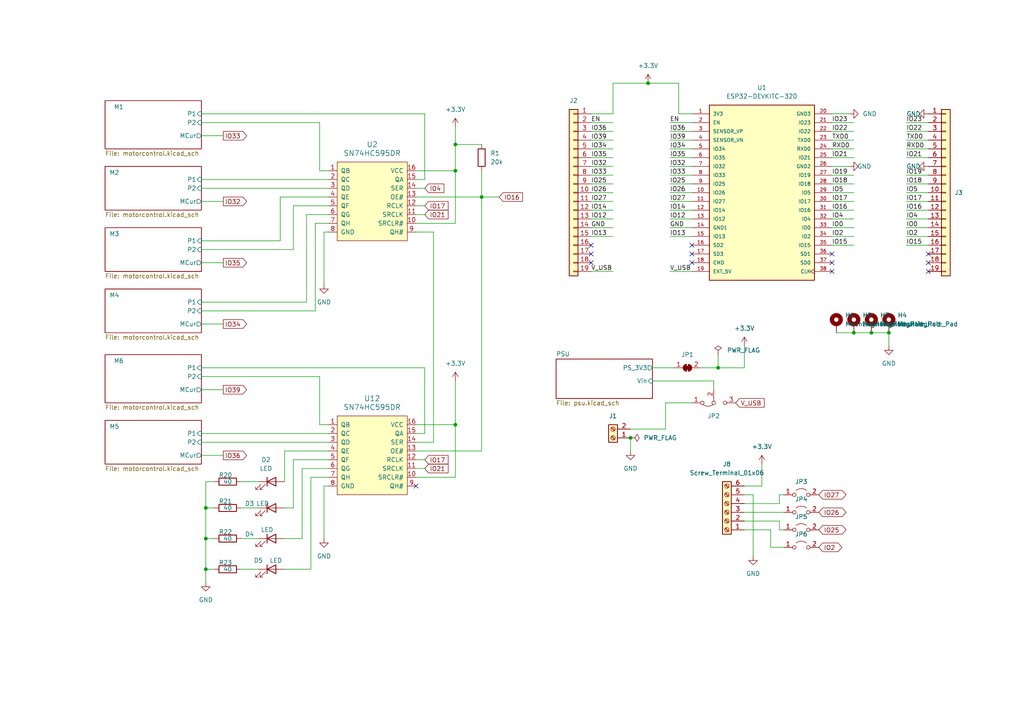
<source format=kicad_sch>
(kicad_sch (version 20230121) (generator eeschema)
  (paper "A4")
  (lib_symbols
    (symbol "Connector:Screw_Terminal_01x02" (pin_names (offset 1.016) hide)
      (property "Reference" "J" (at 0 2.54 0))
      (property "Value" "Screw_Terminal_01x02" (at 0 -5.08 0))
      (symbol "Screw_Terminal_01x02_1_1"
        (rectangle (start -1.27 1.27) (end 1.27 -3.81) (stroke (width 0.254)) (fill (type background)))
        (circle (center 0 -2.54) (radius 0.635) (stroke (width 0.1524)))
        (polyline (pts (xy -0.5334 -2.2098) (xy 0.3302 -3.048)) (stroke (width 0.1524)))
        (polyline (pts (xy -0.5334 0.3302) (xy 0.3302 -0.508)) (stroke (width 0.1524)))
        (polyline (pts (xy -0.3556 -2.032) (xy 0.508 -2.8702)) (stroke (width 0.1524)))
        (polyline (pts (xy -0.3556 0.508) (xy 0.508 -0.3302)) (stroke (width 0.1524)))
        (circle (center 0 0) (radius 0.635) (stroke (width 0.1524)))
        (pin passive line (at -5.08 0 0) (length 3.81) (name "Pin_1") (number "1"))
        (pin passive line (at -5.08 -2.54 0) (length 3.81) (name "Pin_2") (number "2"))
      )
    )
    (symbol "Connector:Screw_Terminal_01x06" (pin_names (offset 1.016) hide)
      (property "Reference" "J" (at 0 7.62 0))
      (property "Value" "Screw_Terminal_01x06" (at 0 -10.16 0))
      (symbol "Screw_Terminal_01x06_1_1"
        (rectangle (start -1.27 6.35) (end 1.27 -8.89) (stroke (width 0.254)) (fill (type background)))
        (circle (center 0 -7.62) (radius 0.635) (stroke (width 0.1524)))
        (circle (center 0 -5.08) (radius 0.635) (stroke (width 0.1524)))
        (circle (center 0 -2.54) (radius 0.635) (stroke (width 0.1524)))
        (polyline (pts (xy -0.5334 -7.2898) (xy 0.3302 -8.128)) (stroke (width 0.1524)))
        (polyline (pts (xy -0.5334 -4.7498) (xy 0.3302 -5.588)) (stroke (width 0.1524)))
        (polyline (pts (xy -0.5334 -2.2098) (xy 0.3302 -3.048)) (stroke (width 0.1524)))
        (polyline (pts (xy -0.5334 0.3302) (xy 0.3302 -0.508)) (stroke (width 0.1524)))
        (polyline (pts (xy -0.5334 2.8702) (xy 0.3302 2.032)) (stroke (width 0.1524)))
        (polyline (pts (xy -0.5334 5.4102) (xy 0.3302 4.572)) (stroke (width 0.1524)))
        (polyline (pts (xy -0.3556 -7.112) (xy 0.508 -7.9502)) (stroke (width 0.1524)))
        (polyline (pts (xy -0.3556 -4.572) (xy 0.508 -5.4102)) (stroke (width 0.1524)))
        (polyline (pts (xy -0.3556 -2.032) (xy 0.508 -2.8702)) (stroke (width 0.1524)))
        (polyline (pts (xy -0.3556 0.508) (xy 0.508 -0.3302)) (stroke (width 0.1524)))
        (polyline (pts (xy -0.3556 3.048) (xy 0.508 2.2098)) (stroke (width 0.1524)))
        (polyline (pts (xy -0.3556 5.588) (xy 0.508 4.7498)) (stroke (width 0.1524)))
        (circle (center 0 0) (radius 0.635) (stroke (width 0.1524)))
        (circle (center 0 2.54) (radius 0.635) (stroke (width 0.1524)))
        (circle (center 0 5.08) (radius 0.635) (stroke (width 0.1524)))
        (pin passive line (at -5.08 5.08 0) (length 3.81) (name "Pin_1") (number "1"))
        (pin passive line (at -5.08 2.54 0) (length 3.81) (name "Pin_2") (number "2"))
        (pin passive line (at -5.08 0 0) (length 3.81) (name "Pin_3") (number "3"))
        (pin passive line (at -5.08 -2.54 0) (length 3.81) (name "Pin_4") (number "4"))
        (pin passive line (at -5.08 -5.08 0) (length 3.81) (name "Pin_5") (number "5"))
        (pin passive line (at -5.08 -7.62 0) (length 3.81) (name "Pin_6") (number "6"))
      )
    )
    (symbol "Connector_Generic:Conn_01x19" (pin_names (offset 1.016) hide)
      (property "Reference" "J" (at 0 25.4 0))
      (property "Value" "Conn_01x19" (at 0 -25.4 0))
      (symbol "Conn_01x19_1_1"
        (rectangle (start -1.27 -22.733) (end 0 -22.987) (stroke (width 0.1524)))
        (rectangle (start -1.27 -20.193) (end 0 -20.447) (stroke (width 0.1524)))
        (rectangle (start -1.27 -17.653) (end 0 -17.907) (stroke (width 0.1524)))
        (rectangle (start -1.27 -15.113) (end 0 -15.367) (stroke (width 0.1524)))
        (rectangle (start -1.27 -12.573) (end 0 -12.827) (stroke (width 0.1524)))
        (rectangle (start -1.27 -10.033) (end 0 -10.287) (stroke (width 0.1524)))
        (rectangle (start -1.27 -7.493) (end 0 -7.747) (stroke (width 0.1524)))
        (rectangle (start -1.27 -4.953) (end 0 -5.207) (stroke (width 0.1524)))
        (rectangle (start -1.27 -2.413) (end 0 -2.667) (stroke (width 0.1524)))
        (rectangle (start -1.27 0.127) (end 0 -0.127) (stroke (width 0.1524)))
        (rectangle (start -1.27 2.667) (end 0 2.413) (stroke (width 0.1524)))
        (rectangle (start -1.27 5.207) (end 0 4.953) (stroke (width 0.1524)))
        (rectangle (start -1.27 7.747) (end 0 7.493) (stroke (width 0.1524)))
        (rectangle (start -1.27 10.287) (end 0 10.033) (stroke (width 0.1524)))
        (rectangle (start -1.27 12.827) (end 0 12.573) (stroke (width 0.1524)))
        (rectangle (start -1.27 15.367) (end 0 15.113) (stroke (width 0.1524)))
        (rectangle (start -1.27 17.907) (end 0 17.653) (stroke (width 0.1524)))
        (rectangle (start -1.27 20.447) (end 0 20.193) (stroke (width 0.1524)))
        (rectangle (start -1.27 22.987) (end 0 22.733) (stroke (width 0.1524)))
        (rectangle (start -1.27 24.13) (end 1.27 -24.13) (stroke (width 0.254)) (fill (type background)))
        (pin passive line (at -5.08 22.86 0) (length 3.81) (name "Pin_1") (number "1"))
        (pin passive line (at -5.08 0 0) (length 3.81) (name "Pin_10") (number "10"))
        (pin passive line (at -5.08 -2.54 0) (length 3.81) (name "Pin_11") (number "11"))
        (pin passive line (at -5.08 -5.08 0) (length 3.81) (name "Pin_12") (number "12"))
        (pin passive line (at -5.08 -7.62 0) (length 3.81) (name "Pin_13") (number "13"))
        (pin passive line (at -5.08 -10.16 0) (length 3.81) (name "Pin_14") (number "14"))
        (pin passive line (at -5.08 -12.7 0) (length 3.81) (name "Pin_15") (number "15"))
        (pin passive line (at -5.08 -15.24 0) (length 3.81) (name "Pin_16") (number "16"))
        (pin passive line (at -5.08 -17.78 0) (length 3.81) (name "Pin_17") (number "17"))
        (pin passive line (at -5.08 -20.32 0) (length 3.81) (name "Pin_18") (number "18"))
        (pin passive line (at -5.08 -22.86 0) (length 3.81) (name "Pin_19") (number "19"))
        (pin passive line (at -5.08 20.32 0) (length 3.81) (name "Pin_2") (number "2"))
        (pin passive line (at -5.08 17.78 0) (length 3.81) (name "Pin_3") (number "3"))
        (pin passive line (at -5.08 15.24 0) (length 3.81) (name "Pin_4") (number "4"))
        (pin passive line (at -5.08 12.7 0) (length 3.81) (name "Pin_5") (number "5"))
        (pin passive line (at -5.08 10.16 0) (length 3.81) (name "Pin_6") (number "6"))
        (pin passive line (at -5.08 7.62 0) (length 3.81) (name "Pin_7") (number "7"))
        (pin passive line (at -5.08 5.08 0) (length 3.81) (name "Pin_8") (number "8"))
        (pin passive line (at -5.08 2.54 0) (length 3.81) (name "Pin_9") (number "9"))
      )
    )
    (symbol "Device:LED" (pin_numbers hide) (pin_names (offset 1.016) hide)
      (property "Reference" "D" (at 0 2.54 0))
      (property "Value" "LED" (at 0 -2.54 0))
      (symbol "LED_0_1"
        (polyline (pts (xy -1.27 -1.27) (xy -1.27 1.27)) (stroke (width 0.254)))
        (polyline (pts (xy -1.27 0) (xy 1.27 0)))
        (polyline (pts (xy 1.27 -1.27) (xy 1.27 1.27) (xy -1.27 0) (xy 1.27 -1.27)) (stroke (width 0.254)))
        (polyline (pts (xy -3.048 -0.762) (xy -4.572 -2.286) (xy -3.81 -2.286) (xy -4.572 -2.286) (xy -4.572 -1.524)))
        (polyline (pts (xy -1.778 -0.762) (xy -3.302 -2.286) (xy -2.54 -2.286) (xy -3.302 -2.286) (xy -3.302 -1.524)))
      )
      (symbol "LED_1_1"
        (pin passive line (at -3.81 0 0) (length 2.54) (name "K") (number "1"))
        (pin passive line (at 3.81 0 180) (length 2.54) (name "A") (number "2"))
      )
    )
    (symbol "Device:R" (pin_numbers hide) (pin_names (offset 0))
      (property "Reference" "R" (at 2.032 0 90))
      (property "Value" "R" (at 0 0 90))
      (symbol "R_0_1"
        (rectangle (start -1.016 -2.54) (end 1.016 2.54) (stroke (width 0.254)))
      )
      (symbol "R_1_1"
        (pin passive line (at 0 3.81 270) (length 1.27) (name "~") (number "1"))
        (pin passive line (at 0 -3.81 90) (length 1.27) (name "~") (number "2"))
      )
    )
    (symbol "Jumper:Jumper_2_Open" (pin_names (offset 0) hide)
      (property "Reference" "JP" (at 0 2.794 0))
      (property "Value" "Jumper_2_Open" (at 0 -2.286 0))
      (symbol "Jumper_2_Open_0_0"
        (circle (center -2.032 0) (radius 0.508))
        (circle (center 2.032 0) (radius 0.508))
      )
      (symbol "Jumper_2_Open_0_1"
        (arc (start 1.524 1.27) (mid 0 1.778) (end -1.524 1.27))
      )
      (symbol "Jumper_2_Open_1_1"
        (pin passive line (at -5.08 0 0) (length 2.54) (name "A") (number "1"))
        (pin passive line (at 5.08 0 180) (length 2.54) (name "B") (number "2"))
      )
    )
    (symbol "Jumper:Jumper_3_Bridged12" (pin_names (offset 0) hide)
      (property "Reference" "JP" (at -2.54 -2.54 0))
      (property "Value" "Jumper_3_Bridged12" (at 0 2.794 0))
      (symbol "Jumper_3_Bridged12_0_0"
        (circle (center -3.302 0) (radius 0.508))
        (circle (center 0 0) (radius 0.508))
        (circle (center 3.302 0) (radius 0.508))
      )
      (symbol "Jumper_3_Bridged12_0_1"
        (arc (start -0.254 0.508) (mid -1.651 0.9912) (end -3.048 0.508))
        (polyline (pts (xy 0 -1.27) (xy 0 -0.508)))
      )
      (symbol "Jumper_3_Bridged12_1_1"
        (pin passive line (at -6.35 0 0) (length 2.54) (name "A") (number "1"))
        (pin passive line (at 0 -3.81 90) (length 2.54) (name "C") (number "2"))
        (pin passive line (at 6.35 0 180) (length 2.54) (name "B") (number "3"))
      )
    )
    (symbol "Jumper:SolderJumper_2_Bridged" (pin_names (offset 0) hide)
      (property "Reference" "JP" (at 0 2.032 0))
      (property "Value" "SolderJumper_2_Bridged" (at 0 -2.54 0))
      (symbol "SolderJumper_2_Bridged_0_1"
        (rectangle (start -0.508 0.508) (end 0.508 -0.508) (fill (type outline)))
        (arc (start -0.254 1.016) (mid -1.2656 0) (end -0.254 -1.016))
        (arc (start -0.254 1.016) (mid -1.2656 0) (end -0.254 -1.016) (fill (type outline)))
        (polyline (pts (xy -0.254 1.016) (xy -0.254 -1.016)))
        (polyline (pts (xy 0.254 1.016) (xy 0.254 -1.016)))
        (arc (start 0.254 -1.016) (mid 1.2656 0) (end 0.254 1.016))
        (arc (start 0.254 -1.016) (mid 1.2656 0) (end 0.254 1.016) (fill (type outline)))
      )
      (symbol "SolderJumper_2_Bridged_1_1"
        (pin passive line (at -3.81 0 0) (length 2.54) (name "A") (number "1"))
        (pin passive line (at 3.81 0 180) (length 2.54) (name "B") (number "2"))
      )
    )
    (symbol "Mechanical:MountingHole_Pad" (pin_numbers hide) (pin_names (offset 1.016) hide)
      (property "Reference" "H" (at 0 6.35 0))
      (property "Value" "MountingHole_Pad" (at 0 4.445 0))
      (symbol "MountingHole_Pad_0_1"
        (circle (center 0 1.27) (radius 1.27) (stroke (width 1.27)))
      )
      (symbol "MountingHole_Pad_1_1"
        (pin input line (at 0 -2.54 90) (length 2.54) (name "1") (number "1"))
      )
    )
    (symbol "esp32-devkitc:ESP32-DEVKITC-32D" (pin_names (offset 1.016))
      (property "Reference" "U" (at -15.2654 26.0604 0))
      (property "Value" "ESP32-DEVKITC-32D" (at -15.2654 -27.9654 0))
      (symbol "ESP32-DEVKITC-32D_0_0"
        (rectangle (start -15.24 -25.4) (end 15.24 25.4) (stroke (width 0.254)) (fill (type background)))
        (pin power_in line (at -20.32 22.86 0) (length 5.08) (name "3V3") (number "1"))
        (pin bidirectional line (at -20.32 0 0) (length 5.08) (name "IO26") (number "10"))
        (pin bidirectional line (at -20.32 -2.54 0) (length 5.08) (name "IO27") (number "11"))
        (pin bidirectional line (at -20.32 -5.08 0) (length 5.08) (name "IO14") (number "12"))
        (pin bidirectional line (at -20.32 -7.62 0) (length 5.08) (name "IO12") (number "13"))
        (pin power_in line (at -20.32 -10.16 0) (length 5.08) (name "GND1") (number "14"))
        (pin bidirectional line (at -20.32 -12.7 0) (length 5.08) (name "IO13") (number "15"))
        (pin bidirectional line (at -20.32 -15.24 0) (length 5.08) (name "SD2") (number "16"))
        (pin bidirectional line (at -20.32 -17.78 0) (length 5.08) (name "SD3") (number "17"))
        (pin bidirectional line (at -20.32 -20.32 0) (length 5.08) (name "CMD") (number "18"))
        (pin power_in line (at -20.32 -22.86 0) (length 5.08) (name "EXT_5V") (number "19"))
        (pin input line (at -20.32 20.32 0) (length 5.08) (name "EN") (number "2"))
        (pin power_in line (at 20.32 22.86 180) (length 5.08) (name "GND3") (number "20"))
        (pin bidirectional line (at 20.32 20.32 180) (length 5.08) (name "IO23") (number "21"))
        (pin bidirectional line (at 20.32 17.78 180) (length 5.08) (name "IO22") (number "22"))
        (pin output line (at 20.32 15.24 180) (length 5.08) (name "TXD0") (number "23"))
        (pin input line (at 20.32 12.7 180) (length 5.08) (name "RXD0") (number "24"))
        (pin bidirectional line (at 20.32 10.16 180) (length 5.08) (name "IO21") (number "25"))
        (pin power_in line (at 20.32 7.62 180) (length 5.08) (name "GND2") (number "26"))
        (pin bidirectional line (at 20.32 5.08 180) (length 5.08) (name "IO19") (number "27"))
        (pin bidirectional line (at 20.32 2.54 180) (length 5.08) (name "IO18") (number "28"))
        (pin bidirectional line (at 20.32 0 180) (length 5.08) (name "IO5") (number "29"))
        (pin input line (at -20.32 17.78 0) (length 5.08) (name "SENSOR_VP") (number "3"))
        (pin bidirectional line (at 20.32 -2.54 180) (length 5.08) (name "IO17") (number "30"))
        (pin bidirectional line (at 20.32 -5.08 180) (length 5.08) (name "IO16") (number "31"))
        (pin bidirectional line (at 20.32 -7.62 180) (length 5.08) (name "IO4") (number "32"))
        (pin bidirectional line (at 20.32 -10.16 180) (length 5.08) (name "IO0") (number "33"))
        (pin bidirectional line (at 20.32 -12.7 180) (length 5.08) (name "IO2") (number "34"))
        (pin bidirectional line (at 20.32 -15.24 180) (length 5.08) (name "IO15") (number "35"))
        (pin bidirectional line (at 20.32 -17.78 180) (length 5.08) (name "SD1") (number "36"))
        (pin bidirectional line (at 20.32 -20.32 180) (length 5.08) (name "SD0") (number "37"))
        (pin input clock (at 20.32 -22.86 180) (length 5.08) (name "CLK") (number "38"))
        (pin input line (at -20.32 15.24 0) (length 5.08) (name "SENSOR_VN") (number "4"))
        (pin bidirectional line (at -20.32 12.7 0) (length 5.08) (name "IO34") (number "5"))
        (pin bidirectional line (at -20.32 10.16 0) (length 5.08) (name "IO35") (number "6"))
        (pin bidirectional line (at -20.32 7.62 0) (length 5.08) (name "IO32") (number "7"))
        (pin bidirectional line (at -20.32 5.08 0) (length 5.08) (name "IO33") (number "8"))
        (pin bidirectional line (at -20.32 2.54 0) (length 5.08) (name "IO25") (number "9"))
      )
    )
    (symbol "my_kicad:SN74HC595DR" (pin_names (offset 1.016))
      (property "Reference" "U2" (at 0 16.51 0))
      (property "Value" "SN74HC595DR" (at 0 12.7 0))
      (symbol "SN74HC595DR_1_1"
        (rectangle (start -10.16 11.43) (end 10.16 -11.43) (fill (type background)))
        (pin output line (at -12.7 8.89 0) (length 2.54) (name "QB") (number "1"))
        (pin input line (at 12.7 -6.35 180) (length 2.54) (name "SRCLR#") (number "10"))
        (pin input line (at 12.7 -3.81 180) (length 2.54) (name "SRCLK") (number "11"))
        (pin input line (at 12.7 -1.27 180) (length 2.54) (name "RCLK") (number "12"))
        (pin input line (at 12.7 1.27 180) (length 2.54) (name "OE#") (number "13"))
        (pin input line (at 12.7 3.81 180) (length 2.54) (name "SER") (number "14"))
        (pin output line (at 12.7 6.35 180) (length 2.54) (name "QA") (number "15"))
        (pin power_in line (at 12.7 8.89 180) (length 2.54) (name "VCC") (number "16"))
        (pin output line (at -12.7 6.35 0) (length 2.54) (name "QC") (number "2"))
        (pin output line (at -12.7 3.81 0) (length 2.54) (name "QD") (number "3"))
        (pin output line (at -12.7 1.27 0) (length 2.54) (name "QE") (number "4"))
        (pin output line (at -12.7 -1.27 0) (length 2.54) (name "QF") (number "5"))
        (pin output line (at -12.7 -3.81 0) (length 2.54) (name "QG") (number "6"))
        (pin output line (at -12.7 -6.35 0) (length 2.54) (name "QH") (number "7"))
        (pin power_in line (at -12.7 -8.89 0) (length 2.54) (name "GND") (number "8"))
        (pin output line (at 12.7 -8.89 180) (length 2.54) (name "QH#") (number "9"))
      )
    )
    (symbol "power:+3.3V" (power) (pin_names (offset 0))
      (property "Value" "+3.3V" (at 0 3.556 0))
      (symbol "+3.3V_0_1"
        (polyline (pts (xy -0.762 1.27) (xy 0 2.54)))
        (polyline (pts (xy 0 0) (xy 0 2.54)))
        (polyline (pts (xy 0 2.54) (xy 0.762 1.27)))
      )
      (symbol "+3.3V_1_1"
        (pin power_in line (at 0 0 90) (length 0) hide (name "+3.3V") (number "1"))
      )
    )
    (symbol "power:GND" (power) (pin_names (offset 0))
      (property "Value" "GND" (at 0 -3.81 0))
      (symbol "GND_0_1"
        (polyline (pts (xy 0 0) (xy 0 -1.27) (xy 1.27 -1.27) (xy 0 -2.54) (xy -1.27 -1.27) (xy 0 -1.27)))
      )
      (symbol "GND_1_1"
        (pin power_in line (at 0 0 270) (length 0) hide (name "GND") (number "1"))
      )
    )
    (symbol "power:PWR_FLAG" (power) (pin_numbers hide) (pin_names (offset 0) hide)
      (property "Value" "PWR_FLAG" (at 0 3.81 0))
      (symbol "PWR_FLAG_0_0"
        (pin power_out line (at 0 0 90) (length 0) (name "pwr") (number "1"))
      )
      (symbol "PWR_FLAG_0_1"
        (polyline (pts (xy 0 0) (xy 0 1.27) (xy -1.016 1.905) (xy 0 2.54) (xy 1.016 1.905) (xy 0 1.27)))
      )
    )
  )
  (junction (at 59.69 165.1))
  (junction (at 252.73 96.52))
  (junction (at 139.7 57.15))
  (junction (at 257.81 96.52))
  (junction (at 132.08 41.91))
  (junction (at 59.69 147.32))
  (junction (at 132.08 123.19))
  (junction (at 182.88 127))
  (junction (at 132.08 49.53))
  (junction (at 59.69 156.21))
  (junction (at 247.65 96.52))
  (junction (at 208.28 106.68))
  (junction (at 187.96 24.13))
  (no_connect (at 269.24 78.74))
  (no_connect (at 269.24 76.2))
  (no_connect (at 200.66 76.2))
  (no_connect (at 200.66 73.66))
  (no_connect (at 200.66 71.12))
  (no_connect (at 120.65 140.97))
  (no_connect (at 171.45 71.12))
  (no_connect (at 171.45 73.66))
  (no_connect (at 171.45 76.2))
  (no_connect (at 269.24 73.66))
  (no_connect (at 241.3 76.2))
  (no_connect (at 241.3 73.66))
  (no_connect (at 241.3 78.74))
  (wire (pts (xy 58.42 69.85) (xy 81.28 69.85)))
  (wire (pts (xy 93.98 67.31) (xy 93.98 82.55)))
  (wire (pts (xy 171.45 35.56) (xy 177.8 35.56)))
  (wire (pts (xy 82.55 130.81) (xy 95.25 130.81)))
  (wire (pts (xy 242.57 96.52) (xy 247.65 96.52)))
  (wire (pts (xy 262.89 71.12) (xy 269.24 71.12)))
  (wire (pts (xy 123.19 125.73) (xy 123.19 106.68)))
  (wire (pts (xy 194.31 50.8) (xy 200.66 50.8)))
  (wire (pts (xy 171.45 63.5) (xy 177.8 63.5)))
  (wire (pts (xy 120.65 52.07) (xy 123.19 52.07)))
  (wire (pts (xy 95.25 133.35) (xy 85.09 133.35)))
  (wire (pts (xy 123.19 135.89) (xy 120.65 135.89)))
  (wire (pts (xy 262.89 63.5) (xy 269.24 63.5)))
  (wire (pts (xy 120.65 130.81) (xy 139.7 130.81)))
  (wire (pts (xy 132.08 110.49) (xy 132.08 123.19)))
  (wire (pts (xy 241.3 35.56) (xy 247.65 35.56)))
  (wire (pts (xy 123.19 133.35) (xy 120.65 133.35)))
  (wire (pts (xy 223.52 153.67) (xy 215.9 153.67)))
  (wire (pts (xy 59.69 147.32) (xy 59.69 156.21)))
  (wire (pts (xy 194.31 35.56) (xy 200.66 35.56)))
  (wire (pts (xy 200.66 33.02) (xy 196.85 33.02)))
  (wire (pts (xy 241.3 63.5) (xy 247.65 63.5)))
  (wire (pts (xy 194.31 45.72) (xy 200.66 45.72)))
  (wire (pts (xy 81.28 69.85) (xy 81.28 57.15)))
  (wire (pts (xy 262.89 38.1) (xy 269.24 38.1)))
  (wire (pts (xy 58.42 54.61) (xy 95.25 54.61)))
  (wire (pts (xy 171.45 48.26) (xy 177.8 48.26)))
  (wire (pts (xy 194.31 53.34) (xy 200.66 53.34)))
  (wire (pts (xy 226.06 146.05) (xy 215.9 146.05)))
  (wire (pts (xy 58.42 76.2) (xy 64.77 76.2)))
  (wire (pts (xy 132.08 41.91) (xy 139.7 41.91)))
  (wire (pts (xy 58.42 39.37) (xy 64.77 39.37)))
  (wire (pts (xy 95.25 64.77) (xy 91.44 64.77)))
  (wire (pts (xy 171.45 33.02) (xy 177.8 33.02)))
  (wire (pts (xy 139.7 49.53) (xy 139.7 57.15)))
  (wire (pts (xy 262.89 45.72) (xy 269.24 45.72)))
  (wire (pts (xy 177.8 33.02) (xy 177.8 24.13)))
  (wire (pts (xy 194.31 58.42) (xy 200.66 58.42)))
  (wire (pts (xy 262.89 58.42) (xy 269.24 58.42)))
  (wire (pts (xy 200.66 116.84) (xy 193.04 116.84)))
  (wire (pts (xy 171.45 78.74) (xy 177.8 78.74)))
  (wire (pts (xy 120.65 123.19) (xy 132.08 123.19)))
  (wire (pts (xy 93.98 140.97) (xy 95.25 140.97)))
  (wire (pts (xy 262.89 53.34) (xy 269.24 53.34)))
  (wire (pts (xy 171.45 60.96) (xy 177.8 60.96)))
  (wire (pts (xy 208.28 102.87) (xy 208.28 106.68)))
  (wire (pts (xy 241.3 71.12) (xy 247.65 71.12)))
  (wire (pts (xy 59.69 156.21) (xy 62.23 156.21)))
  (wire (pts (xy 85.09 147.32) (xy 82.55 147.32)))
  (wire (pts (xy 215.9 140.97) (xy 220.98 140.97)))
  (wire (pts (xy 194.31 68.58) (xy 200.66 68.58)))
  (wire (pts (xy 215.9 148.59) (xy 227.33 148.59)))
  (wire (pts (xy 88.9 87.63) (xy 88.9 62.23)))
  (wire (pts (xy 58.42 35.56) (xy 92.71 35.56)))
  (wire (pts (xy 95.25 62.23) (xy 88.9 62.23)))
  (wire (pts (xy 208.28 106.68) (xy 215.9 106.68)))
  (wire (pts (xy 194.31 60.96) (xy 200.66 60.96)))
  (wire (pts (xy 182.88 124.46) (xy 193.04 124.46)))
  (wire (pts (xy 194.31 43.18) (xy 200.66 43.18)))
  (wire (pts (xy 125.73 67.31) (xy 125.73 128.27)))
  (wire (pts (xy 123.19 62.23) (xy 120.65 62.23)))
  (wire (pts (xy 226.06 151.13) (xy 215.9 151.13)))
  (wire (pts (xy 226.06 143.51) (xy 226.06 146.05)))
  (wire (pts (xy 58.42 93.98) (xy 64.77 93.98)))
  (wire (pts (xy 171.45 58.42) (xy 177.8 58.42)))
  (wire (pts (xy 139.7 57.15) (xy 144.78 57.15)))
  (wire (pts (xy 262.89 66.04) (xy 269.24 66.04)))
  (wire (pts (xy 123.19 106.68) (xy 58.42 106.68)))
  (wire (pts (xy 58.42 132.08) (xy 64.77 132.08)))
  (wire (pts (xy 95.25 123.19) (xy 92.71 123.19)))
  (wire (pts (xy 194.31 55.88) (xy 200.66 55.88)))
  (wire (pts (xy 241.3 43.18) (xy 247.65 43.18)))
  (wire (pts (xy 241.3 66.04) (xy 247.65 66.04)))
  (wire (pts (xy 194.31 48.26) (xy 200.66 48.26)))
  (wire (pts (xy 120.65 49.53) (xy 132.08 49.53)))
  (wire (pts (xy 59.69 147.32) (xy 62.23 147.32)))
  (wire (pts (xy 171.45 50.8) (xy 177.8 50.8)))
  (wire (pts (xy 59.69 165.1) (xy 59.69 168.91)))
  (wire (pts (xy 132.08 36.83) (xy 132.08 41.91)))
  (wire (pts (xy 59.69 165.1) (xy 62.23 165.1)))
  (wire (pts (xy 171.45 38.1) (xy 177.8 38.1)))
  (wire (pts (xy 262.89 50.8) (xy 269.24 50.8)))
  (wire (pts (xy 139.7 57.15) (xy 139.7 130.81)))
  (wire (pts (xy 257.81 96.52) (xy 257.81 100.33)))
  (wire (pts (xy 120.65 64.77) (xy 132.08 64.77)))
  (wire (pts (xy 177.8 24.13) (xy 187.96 24.13)))
  (wire (pts (xy 123.19 59.69) (xy 120.65 59.69)))
  (wire (pts (xy 262.89 40.64) (xy 269.24 40.64)))
  (wire (pts (xy 58.42 128.27) (xy 95.25 128.27)))
  (wire (pts (xy 58.42 90.17) (xy 91.44 90.17)))
  (wire (pts (xy 252.73 96.52) (xy 257.81 96.52)))
  (wire (pts (xy 171.45 40.64) (xy 177.8 40.64)))
  (wire (pts (xy 58.42 72.39) (xy 85.09 72.39)))
  (wire (pts (xy 196.85 33.02) (xy 196.85 24.13)))
  (wire (pts (xy 223.52 158.75) (xy 223.52 153.67)))
  (wire (pts (xy 241.3 50.8) (xy 247.65 50.8)))
  (wire (pts (xy 120.65 67.31) (xy 125.73 67.31)))
  (wire (pts (xy 171.45 66.04) (xy 177.8 66.04)))
  (wire (pts (xy 171.45 45.72) (xy 177.8 45.72)))
  (wire (pts (xy 123.19 33.02) (xy 58.42 33.02)))
  (wire (pts (xy 207.01 110.49) (xy 189.23 110.49)))
  (wire (pts (xy 59.69 139.7) (xy 59.69 147.32)))
  (wire (pts (xy 215.9 143.51) (xy 218.44 143.51)))
  (wire (pts (xy 182.88 127) (xy 182.88 130.81)))
  (wire (pts (xy 132.08 123.19) (xy 132.08 138.43)))
  (wire (pts (xy 91.44 90.17) (xy 91.44 64.77)))
  (wire (pts (xy 171.45 43.18) (xy 177.8 43.18)))
  (wire (pts (xy 59.69 156.21) (xy 59.69 165.1)))
  (wire (pts (xy 69.85 156.21) (xy 74.93 156.21)))
  (wire (pts (xy 123.19 52.07) (xy 123.19 33.02)))
  (wire (pts (xy 90.17 165.1) (xy 90.17 138.43)))
  (wire (pts (xy 87.63 135.89) (xy 87.63 156.21)))
  (wire (pts (xy 58.42 58.42) (xy 64.77 58.42)))
  (wire (pts (xy 123.19 54.61) (xy 120.65 54.61)))
  (wire (pts (xy 69.85 165.1) (xy 74.93 165.1)))
  (wire (pts (xy 93.98 67.31) (xy 95.25 67.31)))
  (wire (pts (xy 59.69 139.7) (xy 62.23 139.7)))
  (wire (pts (xy 85.09 133.35) (xy 85.09 147.32)))
  (wire (pts (xy 187.96 24.13) (xy 196.85 24.13)))
  (wire (pts (xy 87.63 156.21) (xy 82.55 156.21)))
  (wire (pts (xy 218.44 143.51) (xy 218.44 161.29)))
  (wire (pts (xy 95.25 135.89) (xy 87.63 135.89)))
  (wire (pts (xy 215.9 106.68) (xy 215.9 100.33)))
  (wire (pts (xy 241.3 58.42) (xy 247.65 58.42)))
  (wire (pts (xy 246.38 48.26) (xy 241.3 48.26)))
  (wire (pts (xy 207.01 113.03) (xy 207.01 110.49)))
  (wire (pts (xy 262.89 60.96) (xy 269.24 60.96)))
  (wire (pts (xy 241.3 68.58) (xy 247.65 68.58)))
  (wire (pts (xy 203.2 106.68) (xy 208.28 106.68)))
  (wire (pts (xy 226.06 153.67) (xy 227.33 153.67)))
  (wire (pts (xy 120.65 125.73) (xy 123.19 125.73)))
  (wire (pts (xy 92.71 35.56) (xy 92.71 49.53)))
  (wire (pts (xy 69.85 139.7) (xy 74.93 139.7)))
  (wire (pts (xy 220.98 140.97) (xy 220.98 134.62)))
  (wire (pts (xy 92.71 109.22) (xy 92.71 123.19)))
  (wire (pts (xy 58.42 109.22) (xy 92.71 109.22)))
  (wire (pts (xy 120.65 57.15) (xy 139.7 57.15)))
  (wire (pts (xy 262.89 43.18) (xy 269.24 43.18)))
  (wire (pts (xy 58.42 125.73) (xy 95.25 125.73)))
  (wire (pts (xy 90.17 138.43) (xy 95.25 138.43)))
  (wire (pts (xy 194.31 78.74) (xy 200.66 78.74)))
  (wire (pts (xy 241.3 45.72) (xy 247.65 45.72)))
  (wire (pts (xy 85.09 72.39) (xy 85.09 59.69)))
  (wire (pts (xy 58.42 87.63) (xy 88.9 87.63)))
  (wire (pts (xy 120.65 138.43) (xy 132.08 138.43)))
  (wire (pts (xy 194.31 66.04) (xy 200.66 66.04)))
  (wire (pts (xy 262.89 55.88) (xy 269.24 55.88)))
  (wire (pts (xy 193.04 116.84) (xy 193.04 124.46)))
  (wire (pts (xy 82.55 139.7) (xy 82.55 130.81)))
  (wire (pts (xy 132.08 49.53) (xy 132.08 64.77)))
  (wire (pts (xy 194.31 38.1) (xy 200.66 38.1)))
  (wire (pts (xy 93.98 140.97) (xy 93.98 156.21)))
  (wire (pts (xy 241.3 40.64) (xy 247.65 40.64)))
  (wire (pts (xy 171.45 53.34) (xy 177.8 53.34)))
  (wire (pts (xy 189.23 106.68) (xy 195.58 106.68)))
  (wire (pts (xy 95.25 49.53) (xy 92.71 49.53)))
  (wire (pts (xy 132.08 41.91) (xy 132.08 49.53)))
  (wire (pts (xy 223.52 158.75) (xy 227.33 158.75)))
  (wire (pts (xy 58.42 113.03) (xy 64.77 113.03)))
  (wire (pts (xy 58.42 52.07) (xy 95.25 52.07)))
  (wire (pts (xy 247.65 96.52) (xy 252.73 96.52)))
  (wire (pts (xy 226.06 153.67) (xy 226.06 151.13)))
  (wire (pts (xy 82.55 165.1) (xy 90.17 165.1)))
  (wire (pts (xy 95.25 59.69) (xy 85.09 59.69)))
  (wire (pts (xy 69.85 147.32) (xy 74.93 147.32)))
  (wire (pts (xy 227.33 143.51) (xy 226.06 143.51)))
  (wire (pts (xy 241.3 60.96) (xy 247.65 60.96)))
  (wire (pts (xy 241.3 38.1) (xy 247.65 38.1)))
  (wire (pts (xy 171.45 68.58) (xy 177.8 68.58)))
  (wire (pts (xy 95.25 57.15) (xy 81.28 57.15)))
  (wire (pts (xy 120.65 128.27) (xy 125.73 128.27)))
  (wire (pts (xy 262.89 35.56) (xy 269.24 35.56)))
  (wire (pts (xy 241.3 33.02) (xy 246.38 33.02)))
  (wire (pts (xy 241.3 55.88) (xy 247.65 55.88)))
  (wire (pts (xy 194.31 63.5) (xy 200.66 63.5)))
  (wire (pts (xy 262.89 68.58) (xy 269.24 68.58)))
  (wire (pts (xy 194.31 40.64) (xy 200.66 40.64)))
  (wire (pts (xy 241.3 53.34) (xy 247.65 53.34)))
  (wire (pts (xy 171.45 55.88) (xy 177.8 55.88)))
  (label "IO33" (at 171.45 50.8 0))
  (label "IO2" (at 241.3 68.58 0))
  (label "IO22" (at 262.89 38.1 0))
  (label "IO35" (at 194.31 45.72 0))
  (label "IO0" (at 262.89 66.04 0))
  (label "IO5" (at 262.89 55.88 0))
  (label "IO39" (at 171.45 40.64 0))
  (label "IO32" (at 194.31 48.26 0))
  (label "TXD0" (at 241.3 40.64 0))
  (label "RXD0" (at 241.3 43.18 0))
  (label "IO18" (at 241.3 53.34 0))
  (label "IO19" (at 262.89 50.8 0))
  (label "IO0" (at 241.3 66.04 0))
  (label "V_USB" (at 194.31 78.74 0))
  (label "IO27" (at 171.45 58.42 0))
  (label "IO36" (at 171.45 38.1 0))
  (label "IO23" (at 241.3 35.56 0))
  (label "IO27" (at 194.31 58.42 0))
  (label "IO16" (at 262.89 60.96 0))
  (label "IO18" (at 262.89 53.34 0))
  (label "IO12" (at 194.31 63.5 0))
  (label "IO19" (at 241.3 50.8 0))
  (label "GND" (at 171.45 66.04 0))
  (label "IO15" (at 262.89 71.12 0))
  (label "IO12" (at 171.45 63.5 0))
  (label "IO26" (at 194.31 55.88 0))
  (label "IO22" (at 241.3 38.1 0))
  (label "IO35" (at 171.45 45.72 0))
  (label "IO25" (at 171.45 53.34 0))
  (label "TXD0" (at 262.89 40.64 0))
  (label "IO13" (at 194.31 68.58 0))
  (label "IO4" (at 262.89 63.5 0))
  (label "IO2" (at 262.89 68.58 0))
  (label "IO14" (at 194.31 60.96 0))
  (label "IO21" (at 262.89 45.72 0))
  (label "IO15" (at 241.3 71.12 0))
  (label "IO34" (at 194.31 43.18 0))
  (label "RXD0" (at 262.89 43.18 0))
  (label "IO39" (at 194.31 40.64 0))
  (label "IO25" (at 194.31 53.34 0))
  (label "IO16" (at 241.3 60.96 0))
  (label "V_USB" (at 171.45 78.74 0))
  (label "IO34" (at 171.45 43.18 0))
  (label "IO4" (at 241.3 63.5 0))
  (label "IO17" (at 241.3 58.42 0))
  (label "IO26" (at 171.45 55.88 0))
  (label "IO13" (at 171.45 68.58 0))
  (label "IO5" (at 241.3 55.88 0))
  (label "EN" (at 171.45 35.56 0))
  (label "IO14" (at 171.45 60.96 0))
  (label "EN" (at 194.31 35.56 0))
  (label "GND" (at 194.31 66.04 0))
  (label "IO17" (at 262.89 58.42 0))
  (label "IO36" (at 194.31 38.1 0))
  (label "IO33" (at 194.31 50.8 0))
  (label "IO32" (at 171.45 48.26 0))
  (label "IO23" (at 262.89 35.56 0))
  (label "IO21" (at 241.3 45.72 0))
  (global_label "IO16" (shape input) (at 144.78 57.15 0) (property "Intersheetrefs" "${INTERSHEET_REFS}" (effects hide)) (property "Referenzen zwischen Schaltplänen" "${INTERSHEET_REFS}" (effects hide)))
  (global_label "IO39" (shape output) (at 64.77 113.03 0) (property "Intersheetrefs" "${INTERSHEET_REFS}" (effects hide)))
  (global_label "IO34" (shape output) (at 64.77 93.98 0) (property "Intersheetrefs" "${INTERSHEET_REFS}" (effects hide)) (property "Referenzen zwischen Schaltplänen" "${INTERSHEET_REFS}" (effects hide)))
  (global_label "IO33" (shape output) (at 64.77 39.37 0) (property "Intersheetrefs" "${INTERSHEET_REFS}" (effects hide)))
  (global_label "V_USB" (shape input) (at 213.36 116.84 0) (property "Intersheetrefs" "${INTERSHEET_REFS}" (effects hide)))
  (global_label "IO21" (shape input) (at 123.19 62.23 0) (property "Intersheetrefs" "${INTERSHEET_REFS}" (effects hide)))
  (global_label "IO2" (shape bidirectional) (at 237.49 158.75 0) (property "Intersheetrefs" "${INTERSHEET_REFS}" (effects hide)) (property "Referenzen zwischen Schaltplänen" "${INTERSHEET_REFS}" (effects hide)))
  (global_label "IO36" (shape output) (at 64.77 132.08 0) (property "Intersheetrefs" "${INTERSHEET_REFS}" (effects hide)) (property "Referenzen zwischen Schaltplänen" "${INTERSHEET_REFS}" (effects hide)))
  (global_label "IO25" (shape bidirectional) (at 237.49 153.67 0) (property "Intersheetrefs" "${INTERSHEET_REFS}" (effects hide)) (property "Referenzen zwischen Schaltplänen" "${INTERSHEET_REFS}" (effects hide)))
  (global_label "IO26" (shape bidirectional) (at 237.49 148.59 0) (property "Intersheetrefs" "${INTERSHEET_REFS}" (effects hide)))
  (global_label "IO17" (shape input) (at 123.19 59.69 0) (property "Intersheetrefs" "${INTERSHEET_REFS}" (effects hide)))
  (global_label "IO27" (shape bidirectional) (at 237.49 143.51 0) (property "Intersheetrefs" "${INTERSHEET_REFS}" (effects hide)) (property "Referenzen zwischen Schaltplänen" "${INTERSHEET_REFS}" (effects hide)))
  (global_label "IO17" (shape input) (at 123.19 133.35 0) (property "Intersheetrefs" "${INTERSHEET_REFS}" (effects hide)))
  (global_label "IO32" (shape output) (at 64.77 58.42 0) (property "Intersheetrefs" "${INTERSHEET_REFS}" (effects hide)) (property "Referenzen zwischen Schaltplänen" "${INTERSHEET_REFS}" (effects hide)))
  (global_label "IO21" (shape input) (at 123.19 135.89 0) (property "Intersheetrefs" "${INTERSHEET_REFS}" (effects hide)))
  (global_label "IO4" (shape input) (at 123.19 54.61 0) (property "Intersheetrefs" "${INTERSHEET_REFS}" (effects hide)))
  (global_label "IO35" (shape output) (at 64.77 76.2 0) (property "Intersheetrefs" "${INTERSHEET_REFS}" (effects hide)) (property "Referenzen zwischen Schaltplänen" "${INTERSHEET_REFS}" (effects hide)))
  (symbol (lib_id "power:GND") (at 269.24 33.02 270) (unit 1)
    (property "Reference" "#PWR0123" (effects hide))
    (property "Value" "GND" (at 262.89 33.02 90) (effects (justify left)))
  )
  (symbol (lib_id "power:GND") (at 246.38 48.26 90) (unit 1)
    (property "Reference" "#PWR0127" (effects hide))
    (property "Value" "GND" (at 252.73 48.26 90) (effects (justify left)))
  )
  (symbol (lib_id "Mechanical:MountingHole_Pad") (at 242.57 93.98 0) (unit 1)
    (property "Reference" "H1" (at 245.11 91.4399 0) (effects (justify left)))
    (property "Value" "MountingHole_Pad" (at 245.11 93.9799 0) (effects (justify left)))
    (property "Footprint" "MountingHole:MountingHole_3.2mm_M3_Pad_TopBottom" (effects hide))
  )
  (symbol (lib_id "Jumper:Jumper_2_Open") (at 232.41 153.67 0) (unit 1)
    (property "Reference" "JP5" (at 232.41 149.86 0))
    (property "Value" "Jumper_2_Open" (effects hide))
    (property "Footprint" "TestPoint:TestPoint_2Pads_Pitch2.54mm_Drill0.8mm" (effects hide))
  )
  (symbol (lib_id "Connector:Screw_Terminal_01x06") (at 210.82 148.59 180) (unit 1)
    (property "Reference" "J8" (at 210.82 134.62 0))
    (property "Value" "Screw_Terminal_01x06" (at 210.82 137.16 0))
    (property "Footprint" "TerminalBlock_RND:TerminalBlock_RND_205-00236_1x06_P5.08mm_Horizontal" (effects hide))
  )
  (symbol (lib_id "Device:LED") (at 78.74 147.32 0) (unit 1)
    (property "Reference" "D3" (at 72.39 146.05 0))
    (property "Value" "LED" (at 76.2 146.05 0))
    (property "Footprint" "LCSC:LED0603-R-RD_WHITE" (effects hide))
  )
  (symbol (lib_id "power:GND") (at 59.69 168.91 0) (unit 1)
    (property "Reference" "#PWR022" (effects hide))
    (property "Value" "GND" (at 59.69 173.99 0))
  )
  (symbol (lib_id "Device:LED") (at 78.74 156.21 0) (unit 1)
    (property "Reference" "D4" (at 72.39 154.94 0))
    (property "Value" "LED" (at 77.47 153.67 0))
    (property "Footprint" "LCSC:LED0603-R-RD_WHITE" (effects hide))
  )
  (symbol (lib_id "Jumper:Jumper_2_Open") (at 232.41 158.75 0) (unit 1)
    (property "Reference" "JP6" (at 232.41 154.94 0))
    (property "Value" "Jumper_2_Open" (effects hide))
    (property "Footprint" "TestPoint:TestPoint_2Pads_Pitch2.54mm_Drill0.8mm" (effects hide))
  )
  (symbol (lib_id "Connector_Generic:Conn_01x19") (at 166.37 55.88 0) (mirror y) (unit 1)
    (property "Reference" "J2" (at 166.37 29.21 0))
    (property "Value" "Conn_01x19" (effects hide))
    (property "Footprint" "Connector_PinHeader_2.54mm:PinHeader_1x19_P2.54mm_Vertical" (effects hide))
  )
  (symbol (lib_id "Mechanical:MountingHole_Pad") (at 252.73 93.98 0) (unit 1)
    (property "Reference" "H3" (at 255.27 91.4399 0) (effects (justify left)))
    (property "Value" "MountingHole_Pad" (at 255.27 93.9799 0) (effects (justify left)))
    (property "Footprint" "MountingHole:MountingHole_3.2mm_M3_Pad_TopBottom" (effects hide))
  )
  (symbol (lib_id "power:+3.3V") (at 132.08 36.83 0) (unit 1)
    (property "Reference" "#PWR0101" (effects hide))
    (property "Value" "+3.3V" (at 132.08 31.75 0))
  )
  (symbol (lib_id "power:+3.3V") (at 187.96 24.13 0) (unit 1)
    (property "Reference" "#PWR0124" (effects hide))
    (property "Value" "+3.3V" (at 187.96 19.05 0))
  )
  (symbol (lib_id "power:PWR_FLAG") (at 182.88 127 270) (unit 1)
    (property "Reference" "#FLG0106" (effects hide))
    (property "Value" "PWR_FLAG" (at 186.69 126.9999 90) (effects (justify left)))
  )
  (symbol (lib_id "power:GND") (at 257.81 100.33 0) (unit 1)
    (property "Reference" "#PWR013" (effects hide))
    (property "Value" "GND" (at 257.81 105.41 0))
  )
  (symbol (lib_id "power:+3.3V") (at 132.08 110.49 0) (unit 1)
    (property "Reference" "#PWR04" (effects hide))
    (property "Value" "+3.3V" (at 132.08 105.41 0))
  )
  (symbol (lib_id "power:GND") (at 246.38 33.02 90) (unit 1)
    (property "Reference" "#PWR0126" (effects hide))
    (property "Value" "GND" (at 250.19 33.0199 90) (effects (justify right)))
  )
  (symbol (lib_id "Jumper:SolderJumper_2_Bridged") (at 199.39 106.68 0) (unit 1)
    (property "Reference" "JP1" (at 199.39 102.87 0))
    (property "Value" "SolderJumper_2_Bridged" (effects hide))
    (property "Footprint" "Jumper:SolderJumper-2_P1.3mm_Bridged_RoundedPad1.0x1.5mm" (effects hide))
  )
  (symbol (lib_id "Device:LED") (at 78.74 139.7 0) (unit 1)
    (property "Reference" "D2" (at 77.1525 133.35 0))
    (property "Value" "LED" (at 77.1525 135.89 0))
    (property "Footprint" "LCSC:LED0603-R-RD_WHITE" (effects hide))
  )
  (symbol (lib_id "Connector:Screw_Terminal_01x02") (at 177.8 127 180) (unit 1)
    (property "Reference" "J1" (at 177.8 120.65 0))
    (property "Value" "Screw_Terminal_01x02" (effects hide))
    (property "Footprint" "TerminalBlock:TerminalBlock_bornier-2_P5.08mm" (effects hide))
  )
  (symbol (lib_id "Device:R") (at 66.04 147.32 90) (unit 1)
    (property "Reference" "R21" (at 65.405 145.415 90))
    (property "Value" "40" (at 66.04 147.32 90))
    (property "Footprint" "Resistor_SMD:R_0402_1005Metric_Pad0.72x0.64mm_HandSolder" (effects hide))
  )
  (symbol (lib_id "Device:R") (at 66.04 139.7 90) (unit 1)
    (property "Reference" "R20" (at 65.405 137.795 90))
    (property "Value" "40" (at 66.04 139.7 90))
    (property "Footprint" "Resistor_SMD:R_0402_1005Metric_Pad0.72x0.64mm_HandSolder" (effects hide))
  )
  (symbol (lib_id "Mechanical:MountingHole_Pad") (at 257.81 93.98 0) (unit 1)
    (property "Reference" "H4" (at 260.35 91.4399 0) (effects (justify left)))
    (property "Value" "MountingHole_Pad" (at 260.35 93.9799 0) (effects (justify left)))
    (property "Footprint" "MountingHole:MountingHole_3.2mm_M3_Pad_TopBottom" (effects hide))
  )
  (symbol (lib_id "Device:R") (at 66.04 165.1 90) (unit 1)
    (property "Reference" "R23" (at 65.405 163.195 90))
    (property "Value" "40" (at 66.04 165.1 90))
    (property "Footprint" "Resistor_SMD:R_0402_1005Metric_Pad0.72x0.64mm_HandSolder" (effects hide))
  )
  (symbol (lib_id "esp32-devkitc:ESP32-DEVKITC-32D") (at 220.98 55.88 0) (unit 1)
    (property "Reference" "U1" (at 220.98 25.4 0))
    (property "Value" "ESP32-DEVKITC-32D" (at 220.98 27.94 0))
    (property "Footprint" "my_lib:MODULE_ESP32-DEVKITC-32D" (effects hide))
    (property "PARTREV" "4" (effects hide))
    (property "MANUFACTURER" "Espressif Systems" (effects hide))
  )
  (symbol (lib_id "Connector_Generic:Conn_01x19") (at 274.32 55.88 0) (unit 1)
    (property "Reference" "J3" (at 276.86 55.8799 0) (effects (justify left)))
    (property "Value" "Conn_01x19" (effects hide))
    (property "Footprint" "Connector_PinHeader_2.54mm:PinHeader_1x19_P2.54mm_Vertical" (effects hide))
  )
  (symbol (lib_id "power:GND") (at 218.44 161.29 0) (unit 1)
    (property "Reference" "#PWR01" (effects hide))
    (property "Value" "GND" (at 218.44 166.37 0))
  )
  (symbol (lib_id "Device:LED") (at 78.74 165.1 0) (unit 1)
    (property "Reference" "D5" (at 74.93 162.56 0))
    (property "Value" "LED" (at 80.01 162.56 0))
    (property "Footprint" "LCSC:LED0603-R-RD_WHITE" (effects hide))
  )
  (symbol (lib_id "power:GND") (at 269.24 48.26 270) (unit 1)
    (property "Reference" "#PWR0125" (effects hide))
    (property "Value" "GND" (at 262.89 48.26 90) (effects (justify left)))
  )
  (symbol (lib_id "my_kicad:SN74HC595DR") (at 107.95 58.42 0) (unit 1)
    (property "Reference" "U2" (at 107.95 41.91 0) (effects (font (size 1.524 1.524))))
    (property "Value" "SN74HC595DR" (at 107.95 44.45 0) (effects (font (size 1.524 1.524))))
    (property "Footprint" "LCSC:SOIC-16_L9.9-W3.9-P1.27-LS6.0-BL" (effects hide))
    (property "Datasheet" "https://lcsc.com/product-detail/74-Series_TI_SN74HC595DR_SN74HC595DR_C10092.html" (effects hide))
    (property "Manufacturer" "TI" (effects hide))
    (property "LCSC Part" "C10092" (effects hide))
    (property "JLC Part" "Extended Part" (effects hide))
  )
  (symbol (lib_id "power:PWR_FLAG") (at 208.28 102.87 0) (unit 1)
    (property "Reference" "#FLG0107" (effects hide))
    (property "Value" "PWR_FLAG" (at 210.82 101.5999 0) (effects (justify left)))
  )
  (symbol (lib_id "Jumper:Jumper_2_Open") (at 232.41 148.59 0) (unit 1)
    (property "Reference" "JP4" (at 232.41 144.78 0))
    (property "Value" "Jumper_2_Open" (effects hide))
    (property "Footprint" "TestPoint:TestPoint_2Pads_Pitch2.54mm_Drill0.8mm" (effects hide))
  )
  (symbol (lib_id "my_kicad:SN74HC595DR") (at 107.95 132.08 0) (unit 1)
    (property "Reference" "U12" (at 107.95 115.57 0) (effects (font (size 1.524 1.524))))
    (property "Value" "SN74HC595DR" (at 107.95 118.11 0) (effects (font (size 1.524 1.524))))
    (property "Footprint" "LCSC:SOIC-16_L9.9-W3.9-P1.27-LS6.0-BL" (effects hide))
    (property "Datasheet" "https://lcsc.com/product-detail/74-Series_TI_SN74HC595DR_SN74HC595DR_C10092.html" (effects hide))
    (property "Manufacturer" "TI" (effects hide))
    (property "LCSC Part" "C10092" (effects hide))
    (property "JLC Part" "Extended Part" (effects hide))
  )
  (symbol (lib_id "Device:R") (at 139.7 45.72 0) (unit 1)
    (property "Reference" "R1" (at 142.24 44.4499 0) (effects (justify left)))
    (property "Value" "20k" (at 142.24 46.9899 0) (effects (justify left)))
    (property "Footprint" "Resistor_SMD:R_0402_1005Metric_Pad0.72x0.64mm_HandSolder" (effects hide))
  )
  (symbol (lib_id "Jumper:Jumper_3_Bridged12") (at 207.01 116.84 0) (mirror x) (unit 1)
    (property "Reference" "JP2" (at 207.01 120.65 0))
    (property "Value" "Jumper_3_Bridged12" (effects hide))
    (property "Footprint" "Connector_PinHeader_2.54mm:PinHeader_1x03_P2.54mm_Vertical" (effects hide))
  )
  (symbol (lib_id "power:GND") (at 182.88 130.81 0) (unit 1)
    (property "Reference" "#PWR0104" (effects hide))
    (property "Value" "GND" (at 182.88 135.89 0))
  )
  (symbol (lib_id "Device:R") (at 66.04 156.21 90) (unit 1)
    (property "Reference" "R22" (at 65.405 154.305 90))
    (property "Value" "40" (at 66.04 156.21 90))
    (property "Footprint" "Resistor_SMD:R_0402_1005Metric_Pad0.72x0.64mm_HandSolder" (effects hide))
  )
  (symbol (lib_id "power:GND") (at 93.98 82.55 0) (unit 1)
    (property "Reference" "#PWR0102" (effects hide))
    (property "Value" "GND" (at 93.98 87.63 0))
  )
  (symbol (lib_id "power:+3.3V") (at 220.98 134.62 0) (unit 1)
    (property "Reference" "#PWR03" (effects hide))
    (property "Value" "+3.3V" (at 220.98 129.54 0))
  )
  (symbol (lib_id "Mechanical:MountingHole_Pad") (at 247.65 93.98 0) (unit 1)
    (property "Reference" "H2" (at 250.19 91.4399 0) (effects (justify left)))
    (property "Value" "MountingHole_Pad" (at 250.19 93.9799 0) (effects (justify left)))
    (property "Footprint" "MountingHole:MountingHole_3.2mm_M3_Pad_TopBottom" (effects hide))
  )
  (symbol (lib_id "power:+3.3V") (at 215.9 100.33 0) (unit 1)
    (property "Reference" "#PWR0103" (effects hide))
    (property "Value" "+3.3V" (at 215.9 95.25 0))
  )
  (symbol (lib_id "Jumper:Jumper_2_Open") (at 232.41 143.51 0) (unit 1)
    (property "Reference" "JP3" (at 232.41 139.7 0))
    (property "Value" "Jumper_2_Open" (effects hide))
    (property "Footprint" "TestPoint:TestPoint_2Pads_Pitch2.54mm_Drill0.8mm" (effects hide))
  )
  (symbol (lib_id "power:GND") (at 93.98 156.21 0) (unit 1)
    (property "Reference" "#PWR02" (effects hide))
    (property "Value" "GND" (at 93.98 161.29 0))
  )
  (sheet (at 30.48 48.26) (size 27.94 12.7) (stroke (width 0.1524))
    (property "Sheetname" "M2" (at 31.75 50.8 0) (effects (justify left bottom)))
    (property "Sheetfile" "motorcontrol.kicad_sch" (at 30.48 61.5446 0) (effects (justify left top)))
    (pin "P1" input (at 58.42 52.07 0))
    (pin "P2" input (at 58.42 54.61 0))
    (pin "MCur" output (at 58.42 58.42 0))
  )
  (sheet (at 30.48 121.92) (size 27.94 12.7) (stroke (width 0.1524))
    (property "Sheetname" "M5" (at 31.75 124.46 0) (effects (justify left bottom)))
    (property "Sheetfile" "motorcontrol.kicad_sch" (at 30.48 135.2046 0) (effects (justify left top)))
    (pin "P1" input (at 58.42 125.73 0))
    (pin "P2" input (at 58.42 128.27 0))
    (pin "MCur" output (at 58.42 132.08 0))
  )
  (sheet (at 161.29 104.14) (size 27.94 11.43) (stroke (width 0.1524))
    (property "Sheetname" "PSU" (at 161.29 103.4284 0) (effects (justify left bottom)))
    (property "Sheetfile" "psu.kicad_sch" (at 161.29 116.1546 0) (effects (justify left top)))
    (pin "Vin" input (at 189.23 110.49 0))
    (pin "PS_3V3" output (at 189.23 106.68 0))
  )
  (sheet (at 30.48 102.87) (size 27.94 13.97) (stroke (width 0.1524))
    (property "Sheetname" "M6" (at 33.02 105.41 0) (effects (justify left bottom)))
    (property "Sheetfile" "motorcontrol.kicad_sch" (at 30.48 117.4246 0) (effects (justify left top)))
    (pin "P1" input (at 58.42 106.68 0))
    (pin "P2" input (at 58.42 109.22 0))
    (pin "MCur" output (at 58.42 113.03 0))
  )
  (sheet (at 30.48 29.21) (size 27.94 13.97) (stroke (width 0.1524))
    (property "Sheetname" "M1" (at 33.02 31.75 0) (effects (justify left bottom)))
    (property "Sheetfile" "motorcontrol.kicad_sch" (at 30.48 43.7646 0) (effects (justify left top)))
    (pin "P1" input (at 58.42 33.02 0))
    (pin "P2" input (at 58.42 35.56 0))
    (pin "MCur" output (at 58.42 39.37 0))
  )
  (sheet (at 30.48 66.04) (size 27.94 12.7) (stroke (width 0.1524))
    (property "Sheetname" "M3" (at 31.75 68.58 0) (effects (justify left bottom)))
    (property "Sheetfile" "motorcontrol.kicad_sch" (at 30.48 79.3246 0) (effects (justify left top)))
    (pin "P1" input (at 58.42 69.85 0))
    (pin "P2" input (at 58.42 72.39 0))
    (pin "MCur" output (at 58.42 76.2 0))
  )
  (sheet (at 30.48 83.82) (size 27.94 12.7) (stroke (width 0.1524))
    (property "Sheetname" "M4" (at 31.75 86.36 0) (effects (justify left bottom)))
    (property "Sheetfile" "motorcontrol.kicad_sch" (at 30.48 97.1046 0) (effects (justify left top)))
    (pin "P1" input (at 58.42 87.63 0))
    (pin "P2" input (at 58.42 90.17 0))
    (pin "MCur" output (at 58.42 93.98 0))
  )
)
</source>
